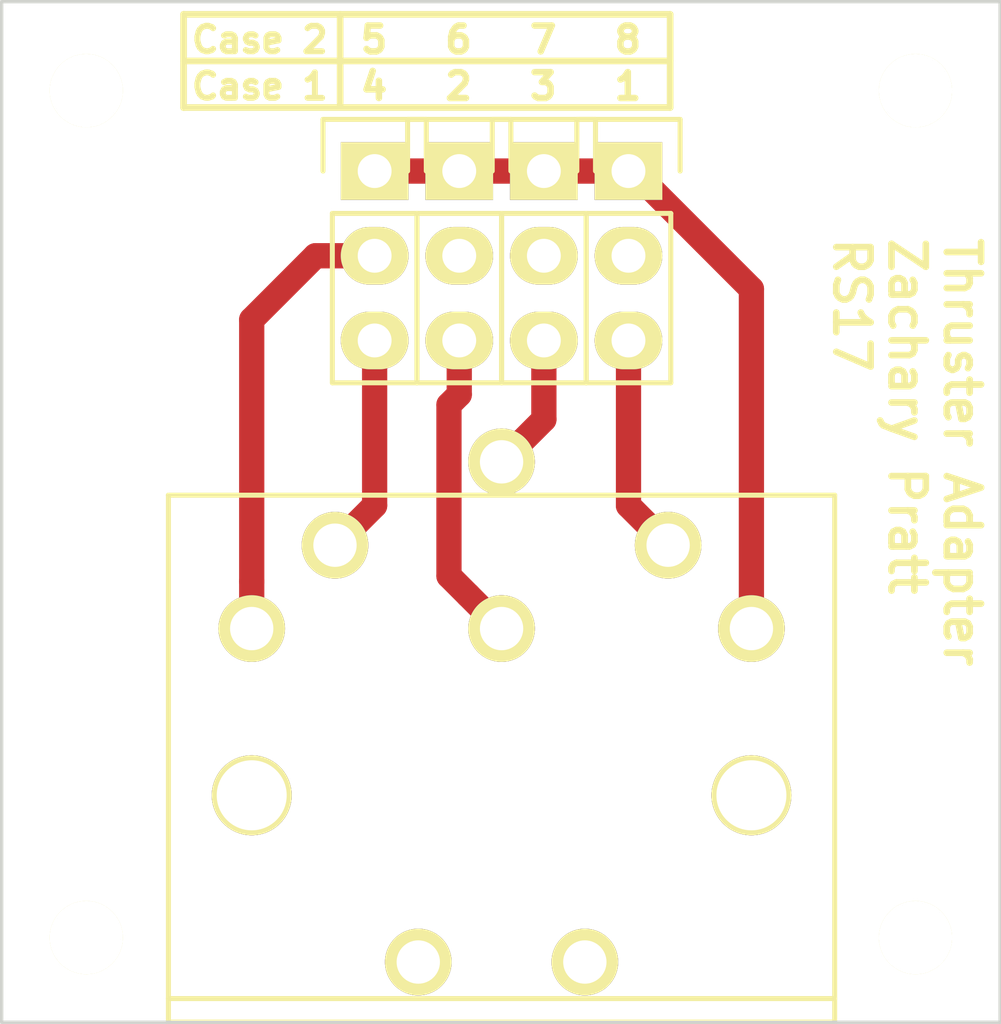
<source format=kicad_pcb>
(kicad_pcb (version 4) (host pcbnew 4.0.4+e1-6308~48~ubuntu14.04.1-stable)

  (general
    (links 9)
    (no_connects 0)
    (area 142.443999 76.149999 172.516001 106.857001)
    (thickness 1.6)
    (drawings 21)
    (tracks 21)
    (zones 0)
    (modules 9)
    (nets 10)
  )

  (page A4)
  (layers
    (0 F.Cu signal)
    (31 B.Cu signal)
    (32 B.Adhes user)
    (33 F.Adhes user)
    (34 B.Paste user)
    (35 F.Paste user)
    (36 B.SilkS user)
    (37 F.SilkS user)
    (38 B.Mask user)
    (39 F.Mask user)
    (40 Dwgs.User user)
    (41 Cmts.User user)
    (42 Eco1.User user)
    (43 Eco2.User user)
    (44 Edge.Cuts user)
    (45 Margin user)
    (46 B.CrtYd user)
    (47 F.CrtYd user)
    (48 B.Fab user)
    (49 F.Fab user hide)
  )

  (setup
    (last_trace_width 0.758)
    (trace_clearance 0.2)
    (zone_clearance 0.508)
    (zone_45_only no)
    (trace_min 0.2)
    (segment_width 0.2)
    (edge_width 0.1)
    (via_size 0.6)
    (via_drill 0.4)
    (via_min_size 0.4)
    (via_min_drill 0.3)
    (uvia_size 0.3)
    (uvia_drill 0.1)
    (uvias_allowed no)
    (uvia_min_size 0)
    (uvia_min_drill 0)
    (pcb_text_width 0.3)
    (pcb_text_size 1.5 1.5)
    (mod_edge_width 0.15)
    (mod_text_size 1 1)
    (mod_text_width 0.15)
    (pad_size 1.5 1.5)
    (pad_drill 0.6)
    (pad_to_mask_clearance 0)
    (aux_axis_origin 0 0)
    (visible_elements FFFFFF7F)
    (pcbplotparams
      (layerselection 0x00030_80000001)
      (usegerberextensions false)
      (excludeedgelayer true)
      (linewidth 0.100000)
      (plotframeref false)
      (viasonmask false)
      (mode 1)
      (useauxorigin false)
      (hpglpennumber 1)
      (hpglpenspeed 20)
      (hpglpendiameter 15)
      (hpglpenoverlay 2)
      (psnegative false)
      (psa4output false)
      (plotreference true)
      (plotvalue true)
      (plotinvisibletext false)
      (padsonsilk false)
      (subtractmaskfromsilk false)
      (outputformat 1)
      (mirror false)
      (drillshape 1)
      (scaleselection 1)
      (outputdirectory ""))
  )

  (net 0 "")
  (net 1 GND)
  (net 2 /ESC5V)
  (net 3 /5)
  (net 4 "Net-(P2-Pad2)")
  (net 5 /2)
  (net 6 "Net-(P3-Pad2)")
  (net 7 /6)
  (net 8 /4)
  (net 9 "Net-(P5-Pad2)")

  (net_class Default "This is the default net class."
    (clearance 0.2)
    (trace_width 0.758)
    (via_dia 0.6)
    (via_drill 0.4)
    (uvia_dia 0.3)
    (uvia_drill 0.1)
    (add_net /2)
    (add_net /4)
    (add_net /5)
    (add_net /6)
    (add_net /ESC5V)
    (add_net GND)
    (add_net "Net-(P2-Pad2)")
    (add_net "Net-(P3-Pad2)")
    (add_net "Net-(P5-Pad2)")
  )

  (module Pin_Headers:Pin_Header_Straight_1x03 (layer F.Cu) (tedit 58222E32) (tstamp 580A92D6)
    (at 153.69 81.28)
    (descr "Through hole pin header")
    (tags "pin header")
    (path /57FFD25A)
    (fp_text reference P1 (at 0 -5.1) (layer F.SilkS) hide
      (effects (font (size 1 1) (thickness 0.15)))
    )
    (fp_text value CONN_01X03 (at 0 -3.1) (layer F.Fab)
      (effects (font (size 1 1) (thickness 0.15)))
    )
    (fp_line (start -1.75 -1.75) (end -1.75 6.85) (layer F.CrtYd) (width 0.05))
    (fp_line (start 1.75 -1.75) (end 1.75 6.85) (layer F.CrtYd) (width 0.05))
    (fp_line (start -1.75 -1.75) (end 1.75 -1.75) (layer F.CrtYd) (width 0.05))
    (fp_line (start -1.75 6.85) (end 1.75 6.85) (layer F.CrtYd) (width 0.05))
    (fp_line (start -1.27 1.27) (end -1.27 6.35) (layer F.SilkS) (width 0.15))
    (fp_line (start -1.27 6.35) (end 1.27 6.35) (layer F.SilkS) (width 0.15))
    (fp_line (start 1.27 6.35) (end 1.27 1.27) (layer F.SilkS) (width 0.15))
    (fp_line (start 1.55 -1.55) (end 1.55 0) (layer F.SilkS) (width 0.15))
    (fp_line (start 1.27 1.27) (end -1.27 1.27) (layer F.SilkS) (width 0.15))
    (fp_line (start -1.55 0) (end -1.55 -1.55) (layer F.SilkS) (width 0.15))
    (fp_line (start -1.55 -1.55) (end 1.55 -1.55) (layer F.SilkS) (width 0.15))
    (pad 1 thru_hole rect (at 0 0) (size 2.032 1.7272) (drill 1.016) (layers *.Cu *.Mask F.SilkS)
      (net 1 GND))
    (pad 2 thru_hole oval (at 0 2.54) (size 2.032 1.7272) (drill 1.016) (layers *.Cu *.Mask F.SilkS)
      (net 2 /ESC5V))
    (pad 3 thru_hole oval (at 0 5.08) (size 2.032 1.7272) (drill 1.016) (layers *.Cu *.Mask F.SilkS)
      (net 3 /5))
    (model Pin_Headers.3dshapes/Pin_Header_Straight_1x03.wrl
      (at (xyz 0 -0.1 0))
      (scale (xyz 1 1 1))
      (rotate (xyz 0 0 90))
    )
  )

  (module Pin_Headers:Pin_Header_Straight_1x03 (layer F.Cu) (tedit 58222E35) (tstamp 580A92E8)
    (at 156.23 81.28)
    (descr "Through hole pin header")
    (tags "pin header")
    (path /57FFD28E)
    (fp_text reference P2 (at 0 -5.1) (layer F.SilkS) hide
      (effects (font (size 1 1) (thickness 0.15)))
    )
    (fp_text value CONN_01X03 (at 0 -3.1) (layer F.Fab)
      (effects (font (size 1 1) (thickness 0.15)))
    )
    (fp_line (start -1.75 -1.75) (end -1.75 6.85) (layer F.CrtYd) (width 0.05))
    (fp_line (start 1.75 -1.75) (end 1.75 6.85) (layer F.CrtYd) (width 0.05))
    (fp_line (start -1.75 -1.75) (end 1.75 -1.75) (layer F.CrtYd) (width 0.05))
    (fp_line (start -1.75 6.85) (end 1.75 6.85) (layer F.CrtYd) (width 0.05))
    (fp_line (start -1.27 1.27) (end -1.27 6.35) (layer F.SilkS) (width 0.15))
    (fp_line (start -1.27 6.35) (end 1.27 6.35) (layer F.SilkS) (width 0.15))
    (fp_line (start 1.27 6.35) (end 1.27 1.27) (layer F.SilkS) (width 0.15))
    (fp_line (start 1.55 -1.55) (end 1.55 0) (layer F.SilkS) (width 0.15))
    (fp_line (start 1.27 1.27) (end -1.27 1.27) (layer F.SilkS) (width 0.15))
    (fp_line (start -1.55 0) (end -1.55 -1.55) (layer F.SilkS) (width 0.15))
    (fp_line (start -1.55 -1.55) (end 1.55 -1.55) (layer F.SilkS) (width 0.15))
    (pad 1 thru_hole rect (at 0 0) (size 2.032 1.7272) (drill 1.016) (layers *.Cu *.Mask F.SilkS)
      (net 1 GND))
    (pad 2 thru_hole oval (at 0 2.54) (size 2.032 1.7272) (drill 1.016) (layers *.Cu *.Mask F.SilkS)
      (net 4 "Net-(P2-Pad2)"))
    (pad 3 thru_hole oval (at 0 5.08) (size 2.032 1.7272) (drill 1.016) (layers *.Cu *.Mask F.SilkS)
      (net 5 /2))
    (model Pin_Headers.3dshapes/Pin_Header_Straight_1x03.wrl
      (at (xyz 0 -0.1 0))
      (scale (xyz 1 1 1))
      (rotate (xyz 0 0 90))
    )
  )

  (module Pin_Headers:Pin_Header_Straight_1x03 (layer F.Cu) (tedit 58222E37) (tstamp 580A92FA)
    (at 158.77 81.28)
    (descr "Through hole pin header")
    (tags "pin header")
    (path /57FFD2D2)
    (fp_text reference P3 (at 0 -5.1) (layer F.SilkS) hide
      (effects (font (size 1 1) (thickness 0.15)))
    )
    (fp_text value CONN_01X03 (at 0 -3.1) (layer F.Fab)
      (effects (font (size 1 1) (thickness 0.15)))
    )
    (fp_line (start -1.75 -1.75) (end -1.75 6.85) (layer F.CrtYd) (width 0.05))
    (fp_line (start 1.75 -1.75) (end 1.75 6.85) (layer F.CrtYd) (width 0.05))
    (fp_line (start -1.75 -1.75) (end 1.75 -1.75) (layer F.CrtYd) (width 0.05))
    (fp_line (start -1.75 6.85) (end 1.75 6.85) (layer F.CrtYd) (width 0.05))
    (fp_line (start -1.27 1.27) (end -1.27 6.35) (layer F.SilkS) (width 0.15))
    (fp_line (start -1.27 6.35) (end 1.27 6.35) (layer F.SilkS) (width 0.15))
    (fp_line (start 1.27 6.35) (end 1.27 1.27) (layer F.SilkS) (width 0.15))
    (fp_line (start 1.55 -1.55) (end 1.55 0) (layer F.SilkS) (width 0.15))
    (fp_line (start 1.27 1.27) (end -1.27 1.27) (layer F.SilkS) (width 0.15))
    (fp_line (start -1.55 0) (end -1.55 -1.55) (layer F.SilkS) (width 0.15))
    (fp_line (start -1.55 -1.55) (end 1.55 -1.55) (layer F.SilkS) (width 0.15))
    (pad 1 thru_hole rect (at 0 0) (size 2.032 1.7272) (drill 1.016) (layers *.Cu *.Mask F.SilkS)
      (net 1 GND))
    (pad 2 thru_hole oval (at 0 2.54) (size 2.032 1.7272) (drill 1.016) (layers *.Cu *.Mask F.SilkS)
      (net 6 "Net-(P3-Pad2)"))
    (pad 3 thru_hole oval (at 0 5.08) (size 2.032 1.7272) (drill 1.016) (layers *.Cu *.Mask F.SilkS)
      (net 7 /6))
    (model Pin_Headers.3dshapes/Pin_Header_Straight_1x03.wrl
      (at (xyz 0 -0.1 0))
      (scale (xyz 1 1 1))
      (rotate (xyz 0 0 90))
    )
  )

  (module Pin_Headers:Pin_Header_Straight_1x03 (layer F.Cu) (tedit 58222E39) (tstamp 580A931F)
    (at 161.31 81.28)
    (descr "Through hole pin header")
    (tags "pin header")
    (path /57FFD2F7)
    (fp_text reference P5 (at 0 -5.1) (layer F.SilkS) hide
      (effects (font (size 1 1) (thickness 0.15)))
    )
    (fp_text value CONN_01X03 (at 0 -3.1) (layer F.Fab)
      (effects (font (size 1 1) (thickness 0.15)))
    )
    (fp_line (start -1.75 -1.75) (end -1.75 6.85) (layer F.CrtYd) (width 0.05))
    (fp_line (start 1.75 -1.75) (end 1.75 6.85) (layer F.CrtYd) (width 0.05))
    (fp_line (start -1.75 -1.75) (end 1.75 -1.75) (layer F.CrtYd) (width 0.05))
    (fp_line (start -1.75 6.85) (end 1.75 6.85) (layer F.CrtYd) (width 0.05))
    (fp_line (start -1.27 1.27) (end -1.27 6.35) (layer F.SilkS) (width 0.15))
    (fp_line (start -1.27 6.35) (end 1.27 6.35) (layer F.SilkS) (width 0.15))
    (fp_line (start 1.27 6.35) (end 1.27 1.27) (layer F.SilkS) (width 0.15))
    (fp_line (start 1.55 -1.55) (end 1.55 0) (layer F.SilkS) (width 0.15))
    (fp_line (start 1.27 1.27) (end -1.27 1.27) (layer F.SilkS) (width 0.15))
    (fp_line (start -1.55 0) (end -1.55 -1.55) (layer F.SilkS) (width 0.15))
    (fp_line (start -1.55 -1.55) (end 1.55 -1.55) (layer F.SilkS) (width 0.15))
    (pad 1 thru_hole rect (at 0 0) (size 2.032 1.7272) (drill 1.016) (layers *.Cu *.Mask F.SilkS)
      (net 1 GND))
    (pad 2 thru_hole oval (at 0 2.54) (size 2.032 1.7272) (drill 1.016) (layers *.Cu *.Mask F.SilkS)
      (net 9 "Net-(P5-Pad2)"))
    (pad 3 thru_hole oval (at 0 5.08) (size 2.032 1.7272) (drill 1.016) (layers *.Cu *.Mask F.SilkS)
      (net 8 /4))
    (model Pin_Headers.3dshapes/Pin_Header_Straight_1x03.wrl
      (at (xyz 0 -0.1 0))
      (scale (xyz 1 1 1))
      (rotate (xyz 0 0 90))
    )
  )

  (module Mounting_Holes:MountingHole_2.2mm_M2 (layer F.Cu) (tedit 58222EB6) (tstamp 580AA4B9)
    (at 169.926 104.267)
    (descr "Mounting Hole 2.2mm, no annular, M2")
    (tags "mounting hole 2.2mm no annular m2")
    (fp_text reference REF** (at 0 -3.2) (layer F.SilkS) hide
      (effects (font (size 1 1) (thickness 0.15)))
    )
    (fp_text value MountingHole_2.2mm_M2 (at 0 3.2) (layer F.Fab)
      (effects (font (size 1 1) (thickness 0.15)))
    )
    (fp_circle (center 0 0) (end 2.2 0) (layer Cmts.User) (width 0.15))
    (fp_circle (center 0 0) (end 2.45 0) (layer F.CrtYd) (width 0.05))
    (pad 1 np_thru_hole circle (at 0 0) (size 2.2 2.2) (drill 2.2) (layers *.Cu *.Mask F.SilkS))
  )

  (module Mounting_Holes:MountingHole_2.2mm_M2 (layer F.Cu) (tedit 58222EB8) (tstamp 580AA4C9)
    (at 145.034 104.267)
    (descr "Mounting Hole 2.2mm, no annular, M2")
    (tags "mounting hole 2.2mm no annular m2")
    (fp_text reference REF** (at 0 -3.2) (layer F.SilkS) hide
      (effects (font (size 1 1) (thickness 0.15)))
    )
    (fp_text value MountingHole_2.2mm_M2 (at 0 3.2) (layer F.Fab)
      (effects (font (size 1 1) (thickness 0.15)))
    )
    (fp_circle (center 0 0) (end 2.2 0) (layer Cmts.User) (width 0.15))
    (fp_circle (center 0 0) (end 2.45 0) (layer F.CrtYd) (width 0.05))
    (pad 1 np_thru_hole circle (at 0 0) (size 2.2 2.2) (drill 2.2) (layers *.Cu *.Mask F.SilkS))
  )

  (module Mounting_Holes:MountingHole_2.2mm_M2 (layer F.Cu) (tedit 58222EAF) (tstamp 580AA4D3)
    (at 169.926 78.867)
    (descr "Mounting Hole 2.2mm, no annular, M2")
    (tags "mounting hole 2.2mm no annular m2")
    (fp_text reference REF** (at 0 -3.2) (layer F.SilkS) hide
      (effects (font (size 1 1) (thickness 0.15)))
    )
    (fp_text value MountingHole_2.2mm_M2 (at 0 3.2) (layer F.Fab)
      (effects (font (size 1 1) (thickness 0.15)))
    )
    (fp_circle (center 0 0) (end 2.2 0) (layer Cmts.User) (width 0.15))
    (fp_circle (center 0 0) (end 2.45 0) (layer F.CrtYd) (width 0.05))
    (pad 1 np_thru_hole circle (at 0 0) (size 2.2 2.2) (drill 2.2) (layers *.Cu *.Mask F.SilkS))
  )

  (module Mounting_Holes:MountingHole_2.2mm_M2 (layer F.Cu) (tedit 58222EB1) (tstamp 580AA4D7)
    (at 145.034 78.867)
    (descr "Mounting Hole 2.2mm, no annular, M2")
    (tags "mounting hole 2.2mm no annular m2")
    (fp_text reference REF** (at 0 -3.2) (layer F.SilkS) hide
      (effects (font (size 1 1) (thickness 0.15)))
    )
    (fp_text value MountingHole_2.2mm_M2 (at 0 3.2) (layer F.Fab)
      (effects (font (size 1 1) (thickness 0.15)))
    )
    (fp_circle (center 0 0) (end 2.2 0) (layer Cmts.User) (width 0.15))
    (fp_circle (center 0 0) (end 2.45 0) (layer F.CrtYd) (width 0.05))
    (pad 1 np_thru_hole circle (at 0 0) (size 2.2 2.2) (drill 2.2) (layers *.Cu *.Mask F.SilkS))
  )

  (module robosub_footprints:cui-6-board-f (layer F.Cu) (tedit 5828185E) (tstamp 580A930D)
    (at 150 100)
    (path /580A6E6E)
    (fp_text reference P4 (at 0 5.08) (layer F.SilkS) hide
      (effects (font (size 1 1) (thickness 0.15)))
    )
    (fp_text value CONN_01X06 (at 3.302 -9.906) (layer F.Fab)
      (effects (font (size 1 1) (thickness 0.15)))
    )
    (fp_line (start 17.5 6.096) (end -2.5 6.096) (layer F.SilkS) (width 0.15))
    (fp_line (start 17.5 6.8) (end 17.5 -9) (layer F.SilkS) (width 0.15))
    (fp_line (start -2.5 6.8) (end 17.5 6.8) (layer F.SilkS) (width 0.15))
    (fp_line (start -2.5 -9) (end -2.5 6.8) (layer F.SilkS) (width 0.15))
    (fp_line (start -2.5 -9) (end 17.5 -9) (layer F.SilkS) (width 0.15))
    (pad ~ thru_hole circle (at 0 0) (size 2.4 2.4) (drill 2.1) (layers *.Cu *.Mask F.SilkS))
    (pad ~ thru_hole circle (at 15 0) (size 2.4 2.4) (drill 2.1) (layers *.Cu *.Mask F.SilkS))
    (pad 3 thru_hole circle (at 0 -5) (size 2 2) (drill 1.3) (layers *.Cu *.Mask F.SilkS)
      (net 2 /ESC5V))
    (pad 1 thru_hole circle (at 15 -5) (size 2 2) (drill 1.3) (layers *.Cu *.Mask F.SilkS)
      (net 1 GND))
    (pad 2 thru_hole circle (at 7.5 -5) (size 2 2) (drill 1.3) (layers *.Cu *.Mask F.SilkS)
      (net 5 /2))
    (pad 4 thru_hole circle (at 12.5 -7.5) (size 2 2) (drill 1.3) (layers *.Cu *.Mask F.SilkS)
      (net 8 /4))
    (pad 5 thru_hole circle (at 2.5 -7.5) (size 2 2) (drill 1.3) (layers *.Cu *.Mask F.SilkS)
      (net 3 /5))
    (pad ~ thru_hole circle (at 5 5) (size 2 2) (drill 1.3) (layers *.Cu *.Mask F.SilkS))
    (pad ~ thru_hole circle (at 10 5) (size 2 2) (drill 1.3) (layers *.Cu *.Mask F.SilkS))
    (pad 6 thru_hole circle (at 7.5 -10) (size 2 2) (drill 1.3) (layers *.Cu *.Mask F.SilkS)
      (net 7 /6))
    (model ../../../../../../home/ryan/repositories/pcbs/lib/3d-parts/sds-60j.wrl
      (at (xyz 0.3 0.05 0.35))
      (scale (xyz 4.8 4.8 4.8))
      (rotate (xyz 90 180 180))
    )
  )

  (gr_text 1 (at 161.29 78.74) (layer F.SilkS) (tstamp 58223146)
    (effects (font (size 0.776 0.776) (thickness 0.194)))
  )
  (gr_text 8 (at 161.29 77.343) (layer F.SilkS) (tstamp 58223142)
    (effects (font (size 0.776 0.776) (thickness 0.194)))
  )
  (gr_text 7 (at 158.75 77.343) (layer F.SilkS) (tstamp 58223133)
    (effects (font (size 0.776 0.776) (thickness 0.194)))
  )
  (gr_text 3 (at 158.75 78.74) (layer F.SilkS) (tstamp 5822312C)
    (effects (font (size 0.776 0.776) (thickness 0.194)))
  )
  (gr_text 6 (at 156.21 77.343) (layer F.SilkS) (tstamp 58223125)
    (effects (font (size 0.776 0.776) (thickness 0.194)))
  )
  (gr_text 5 (at 153.67 77.343) (layer F.SilkS) (tstamp 58223100)
    (effects (font (size 0.776 0.776) (thickness 0.194)))
  )
  (gr_text "Thruster Adapter\nZachary Pratt\nRS17" (at 169.672 83.185 270) (layer F.SilkS)
    (effects (font (size 1.03 1.03) (thickness 0.1984)) (justify left))
  )
  (gr_line (start 152.654 76.581) (end 152.654 79.248) (layer F.SilkS) (width 0.2))
  (gr_line (start 147.955 79.375) (end 147.955 76.581) (layer F.SilkS) (width 0.2))
  (gr_line (start 162.56 79.375) (end 147.955 79.375) (layer F.SilkS) (width 0.2))
  (gr_line (start 162.56 76.581) (end 162.56 79.375) (layer F.SilkS) (width 0.2))
  (gr_line (start 147.955 76.581) (end 162.56 76.581) (layer F.SilkS) (width 0.2))
  (gr_line (start 162.56 77.978) (end 147.955 77.978) (layer F.SilkS) (width 0.2))
  (gr_text "Case 1" (at 150.241 78.74) (layer F.SilkS) (tstamp 5822301E)
    (effects (font (size 0.7634 0.7634) (thickness 0.17808)))
  )
  (gr_text "Case 2" (at 150.241 77.343) (layer F.SilkS) (tstamp 58223008)
    (effects (font (size 0.7634 0.7634) (thickness 0.17808)))
  )
  (gr_text 4 (at 153.67 78.74) (layer F.SilkS) (tstamp 58222EA4)
    (effects (font (size 0.776 0.776) (thickness 0.194)))
  )
  (gr_text 2 (at 156.21 78.74) (layer F.SilkS) (tstamp 58222EA1)
    (effects (font (size 0.776 0.776) (thickness 0.194)))
  )
  (gr_line (start 142.494 106.807) (end 172.466 106.807) (layer Edge.Cuts) (width 0.1))
  (gr_line (start 142.494 76.2) (end 142.494 106.807) (layer Edge.Cuts) (width 0.1))
  (gr_line (start 172.466 76.2) (end 142.494 76.2) (layer Edge.Cuts) (width 0.1))
  (gr_line (start 172.466 106.807) (end 172.466 76.2) (layer Edge.Cuts) (width 0.1))

  (segment (start 165 95) (end 165 84.8176) (width 0.758) (layer F.Cu) (net 1))
  (segment (start 165 84.8176) (end 161.4624 81.28) (width 0.758) (layer F.Cu) (net 1))
  (segment (start 161.4624 81.28) (end 161.31 81.28) (width 0.758) (layer F.Cu) (net 1))
  (segment (start 161.31 81.28) (end 158.77 81.28) (width 0.758) (layer F.Cu) (net 1))
  (segment (start 158.77 81.28) (end 156.23 81.28) (width 0.758) (layer F.Cu) (net 1))
  (segment (start 153.69 81.28) (end 156.23 81.28) (width 0.758) (layer F.Cu) (net 1))
  (segment (start 153.69 83.82) (end 151.916 83.82) (width 0.758) (layer F.Cu) (net 2))
  (segment (start 151.916 83.82) (end 150 85.736) (width 0.758) (layer F.Cu) (net 2))
  (segment (start 150 85.736) (end 150 93.585787) (width 0.758) (layer F.Cu) (net 2))
  (segment (start 150 93.585787) (end 150 95) (width 0.758) (layer F.Cu) (net 2))
  (segment (start 153.69 86.36) (end 153.69 91.31) (width 0.758) (layer F.Cu) (net 3))
  (segment (start 153.69 91.31) (end 152.5 92.5) (width 0.758) (layer F.Cu) (net 3))
  (segment (start 156.23 86.36) (end 156.23 87.9816) (width 0.758) (layer F.Cu) (net 5))
  (segment (start 156.23 87.9816) (end 155.920999 88.290601) (width 0.758) (layer F.Cu) (net 5))
  (segment (start 155.920999 88.290601) (end 155.920999 93.420999) (width 0.758) (layer F.Cu) (net 5))
  (segment (start 155.920999 93.420999) (end 156.500001 94.000001) (width 0.758) (layer F.Cu) (net 5))
  (segment (start 156.500001 94.000001) (end 157.5 95) (width 0.758) (layer F.Cu) (net 5))
  (segment (start 158.77 86.36) (end 158.77 88.73) (width 0.758) (layer F.Cu) (net 7))
  (segment (start 158.77 88.73) (end 157.5 90) (width 0.758) (layer F.Cu) (net 7))
  (segment (start 161.31 86.36) (end 161.31 91.31) (width 0.758) (layer F.Cu) (net 8))
  (segment (start 161.31 91.31) (end 162.5 92.5) (width 0.758) (layer F.Cu) (net 8))

)

</source>
